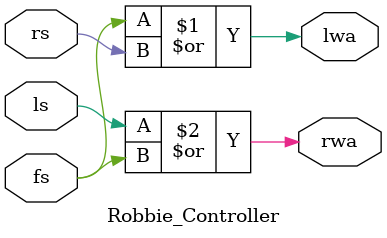
<source format=v>
module mux(S, i0, i1, m);
	input i0, i1, S;
	output m;
	
	not n(nout, S);
	and a1(aout1, i0, nout);
	and a2(aout2, i1, S);
	or o1(m, aout1, aout2);
endmodule

module my7bit21mux(sel, in0, in1, f);
	input sel;
	input [6:0] in0, in1;
	output [6:0] f;
	
	mux m1[6:0](sel,in0,in1,f);
endmodule

module Robbie_Display(action, SEG);
	input action;
	output [6:0] SEG;
		parameter [6:0] S = 7'b0010010;
		parameter [6:0] F = 7'b0001110;
	my7bit21mux m1(action, S, F, SEG);
endmodule
		
module Robbie_Controller(ls,fs,rs,lwa,rwa);
	input ls,fs,rs;
	output lwa,rwa;
	
	or left_wheel(lwa,fs,rs);
	or right_wheel(rwa,ls,fs);
endmodule
</source>
